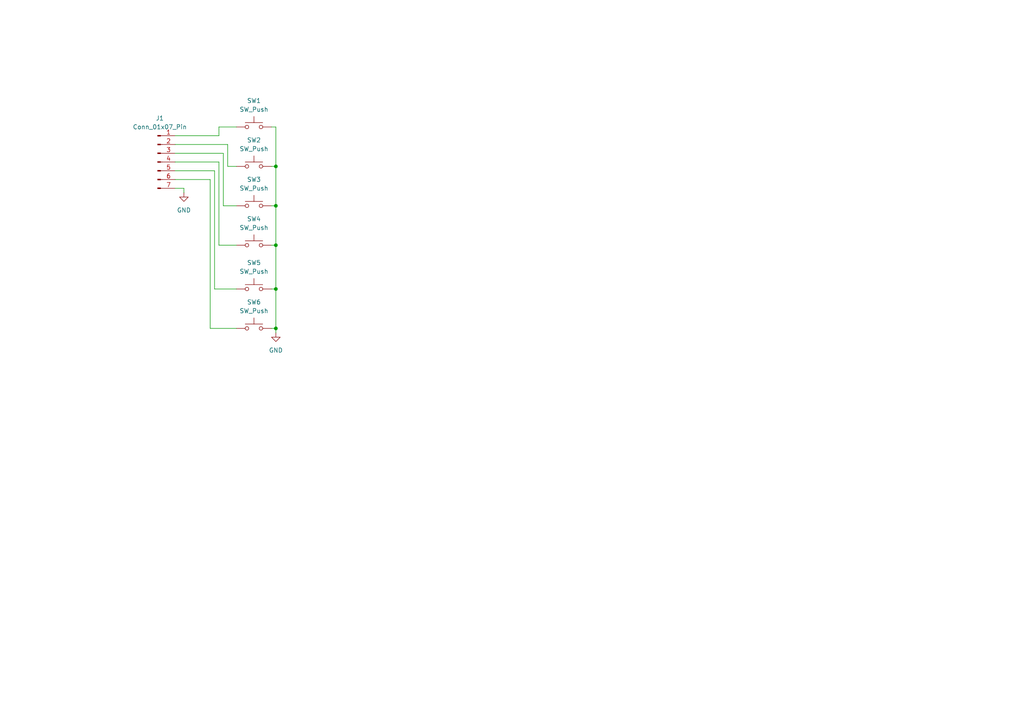
<source format=kicad_sch>
(kicad_sch (version 20230121) (generator eeschema)
  (paper "A4")
  (lib_symbols
    (symbol "Connector:Conn_01x07_Pin" (pin_names (offset 1.016) hide)
      (property "Reference" "J" (at 0 10.16 0))
      (property "Value" "Conn_01x07_Pin" (at 0 -10.16 0))
      (symbol "Conn_01x07_Pin_1_1"
        (polyline (pts (xy 1.27 -7.62) (xy 0.8636 -7.62)) (stroke (width 0.1524)))
        (polyline (pts (xy 1.27 -5.08) (xy 0.8636 -5.08)) (stroke (width 0.1524)))
        (polyline (pts (xy 1.27 -2.54) (xy 0.8636 -2.54)) (stroke (width 0.1524)))
        (polyline (pts (xy 1.27 0) (xy 0.8636 0)) (stroke (width 0.1524)))
        (polyline (pts (xy 1.27 2.54) (xy 0.8636 2.54)) (stroke (width 0.1524)))
        (polyline (pts (xy 1.27 5.08) (xy 0.8636 5.08)) (stroke (width 0.1524)))
        (polyline (pts (xy 1.27 7.62) (xy 0.8636 7.62)) (stroke (width 0.1524)))
        (rectangle (start 0.8636 -7.493) (end 0 -7.747) (stroke (width 0.1524)) (fill (type outline)))
        (rectangle (start 0.8636 -4.953) (end 0 -5.207) (stroke (width 0.1524)) (fill (type outline)))
        (rectangle (start 0.8636 -2.413) (end 0 -2.667) (stroke (width 0.1524)) (fill (type outline)))
        (rectangle (start 0.8636 0.127) (end 0 -0.127) (stroke (width 0.1524)) (fill (type outline)))
        (rectangle (start 0.8636 2.667) (end 0 2.413) (stroke (width 0.1524)) (fill (type outline)))
        (rectangle (start 0.8636 5.207) (end 0 4.953) (stroke (width 0.1524)) (fill (type outline)))
        (rectangle (start 0.8636 7.747) (end 0 7.493) (stroke (width 0.1524)) (fill (type outline)))
        (pin passive line (at 5.08 7.62 180) (length 3.81) (name "Pin_1") (number "1"))
        (pin passive line (at 5.08 5.08 180) (length 3.81) (name "Pin_2") (number "2"))
        (pin passive line (at 5.08 2.54 180) (length 3.81) (name "Pin_3") (number "3"))
        (pin passive line (at 5.08 0 180) (length 3.81) (name "Pin_4") (number "4"))
        (pin passive line (at 5.08 -2.54 180) (length 3.81) (name "Pin_5") (number "5"))
        (pin passive line (at 5.08 -5.08 180) (length 3.81) (name "Pin_6") (number "6"))
        (pin passive line (at 5.08 -7.62 180) (length 3.81) (name "Pin_7") (number "7"))
      )
    )
    (symbol "Switch:SW_Push" (pin_numbers hide) (pin_names (offset 1.016) hide)
      (property "Reference" "SW" (at 1.27 2.54 0))
      (property "Value" "SW_Push" (at 0 -1.524 0))
      (symbol "SW_Push_0_1"
        (circle (center -2.032 0) (radius 0.508))
        (polyline (pts (xy 0 1.27) (xy 0 3.048)))
        (polyline (pts (xy 2.54 1.27) (xy -2.54 1.27)))
        (circle (center 2.032 0) (radius 0.508))
        (pin passive line (at -5.08 0 0) (length 2.54) (name "1") (number "1"))
        (pin passive line (at 5.08 0 180) (length 2.54) (name "2") (number "2"))
      )
    )
    (symbol "power:GND" (power) (pin_names (offset 0))
      (property "Value" "GND" (at 0 -3.81 0))
      (symbol "GND_0_1"
        (polyline (pts (xy 0 0) (xy 0 -1.27) (xy 1.27 -1.27) (xy 0 -2.54) (xy -1.27 -1.27) (xy 0 -1.27)))
      )
      (symbol "GND_1_1"
        (pin power_in line (at 0 0 270) (length 0) hide (name "GND") (number "1"))
      )
    )
  )
  (junction (at 80.01 59.69))
  (junction (at 80.01 83.82))
  (junction (at 80.01 71.12))
  (junction (at 80.01 95.25))
  (junction (at 80.01 48.26))
  (wire (pts (xy 62.23 49.53) (xy 62.23 83.82)))
  (wire (pts (xy 80.01 48.26) (xy 80.01 59.69)))
  (wire (pts (xy 80.01 83.82) (xy 80.01 95.25)))
  (wire (pts (xy 78.74 71.12) (xy 80.01 71.12)))
  (wire (pts (xy 68.58 36.83) (xy 63.5 36.83)))
  (wire (pts (xy 64.77 44.45) (xy 64.77 59.69)))
  (wire (pts (xy 63.5 46.99) (xy 50.8 46.99)))
  (wire (pts (xy 68.58 71.12) (xy 63.5 71.12)))
  (wire (pts (xy 80.01 95.25) (xy 78.74 95.25)))
  (wire (pts (xy 63.5 71.12) (xy 63.5 46.99)))
  (wire (pts (xy 50.8 41.91) (xy 66.04 41.91)))
  (wire (pts (xy 62.23 83.82) (xy 68.58 83.82)))
  (wire (pts (xy 80.01 59.69) (xy 80.01 71.12)))
  (wire (pts (xy 68.58 95.25) (xy 60.96 95.25)))
  (wire (pts (xy 78.74 48.26) (xy 80.01 48.26)))
  (wire (pts (xy 50.8 54.61) (xy 53.34 54.61)))
  (wire (pts (xy 80.01 71.12) (xy 80.01 83.82)))
  (wire (pts (xy 78.74 83.82) (xy 80.01 83.82)))
  (wire (pts (xy 63.5 36.83) (xy 63.5 39.37)))
  (wire (pts (xy 80.01 36.83) (xy 80.01 48.26)))
  (wire (pts (xy 53.34 54.61) (xy 53.34 55.88)))
  (wire (pts (xy 50.8 49.53) (xy 62.23 49.53)))
  (wire (pts (xy 64.77 59.69) (xy 68.58 59.69)))
  (wire (pts (xy 50.8 44.45) (xy 64.77 44.45)))
  (wire (pts (xy 78.74 59.69) (xy 80.01 59.69)))
  (wire (pts (xy 80.01 96.52) (xy 80.01 95.25)))
  (wire (pts (xy 68.58 48.26) (xy 66.04 48.26)))
  (wire (pts (xy 60.96 52.07) (xy 50.8 52.07)))
  (wire (pts (xy 63.5 39.37) (xy 50.8 39.37)))
  (wire (pts (xy 66.04 48.26) (xy 66.04 41.91)))
  (wire (pts (xy 60.96 95.25) (xy 60.96 52.07)))
  (wire (pts (xy 78.74 36.83) (xy 80.01 36.83)))
  (symbol (lib_id "power:GND") (at 80.01 96.52 0) (unit 1)
    (property "Reference" "#PWR02" (effects hide))
    (property "Value" "GND" (at 80.01 101.6 0))
  )
  (symbol (lib_id "Switch:SW_Push") (at 73.66 95.25 0) (unit 1)
    (property "Reference" "SW6" (at 73.66 87.63 0))
    (property "Value" "SW_Push" (at 73.66 90.17 0))
    (property "Footprint" "Button_Switch_THT:SW_PUSH-12mm" (effects hide))
  )
  (symbol (lib_id "Switch:SW_Push") (at 73.66 71.12 0) (unit 1)
    (property "Reference" "SW4" (at 73.66 63.5 0))
    (property "Value" "SW_Push" (at 73.66 66.04 0))
    (property "Footprint" "Button_Switch_THT:SW_PUSH-12mm" (effects hide))
  )
  (symbol (lib_id "Switch:SW_Push") (at 73.66 36.83 0) (unit 1)
    (property "Reference" "SW1" (at 73.66 29.21 0))
    (property "Value" "SW_Push" (at 73.66 31.75 0))
    (property "Footprint" "Button_Switch_THT:SW_PUSH-12mm" (effects hide))
  )
  (symbol (lib_id "Switch:SW_Push") (at 73.66 59.69 0) (unit 1)
    (property "Reference" "SW3" (at 73.66 52.07 0))
    (property "Value" "SW_Push" (at 73.66 54.61 0))
    (property "Footprint" "Button_Switch_THT:SW_PUSH-12mm" (effects hide))
  )
  (symbol (lib_id "power:GND") (at 53.34 55.88 0) (unit 1)
    (property "Reference" "#PWR01" (effects hide))
    (property "Value" "GND" (at 53.34 60.96 0))
  )
  (symbol (lib_id "Switch:SW_Push") (at 73.66 83.82 0) (unit 1)
    (property "Reference" "SW5" (at 73.66 76.2 0))
    (property "Value" "SW_Push" (at 73.66 78.74 0))
    (property "Footprint" "Button_Switch_THT:SW_PUSH-12mm" (effects hide))
  )
  (symbol (lib_id "Switch:SW_Push") (at 73.66 48.26 0) (unit 1)
    (property "Reference" "SW2" (at 73.66 40.64 0))
    (property "Value" "SW_Push" (at 73.66 43.18 0))
    (property "Footprint" "Button_Switch_THT:SW_PUSH-12mm" (effects hide))
  )
  (symbol (lib_id "Connector:Conn_01x07_Pin") (at 45.72 46.99 0) (unit 1)
    (property "Reference" "J1" (at 46.355 34.29 0))
    (property "Value" "Conn_01x07_Pin" (at 46.355 36.83 0))
    (property "Footprint" "Connector_PinHeader_2.54mm:PinHeader_1x07_P2.54mm_Vertical" (effects hide))
  )
)
</source>
